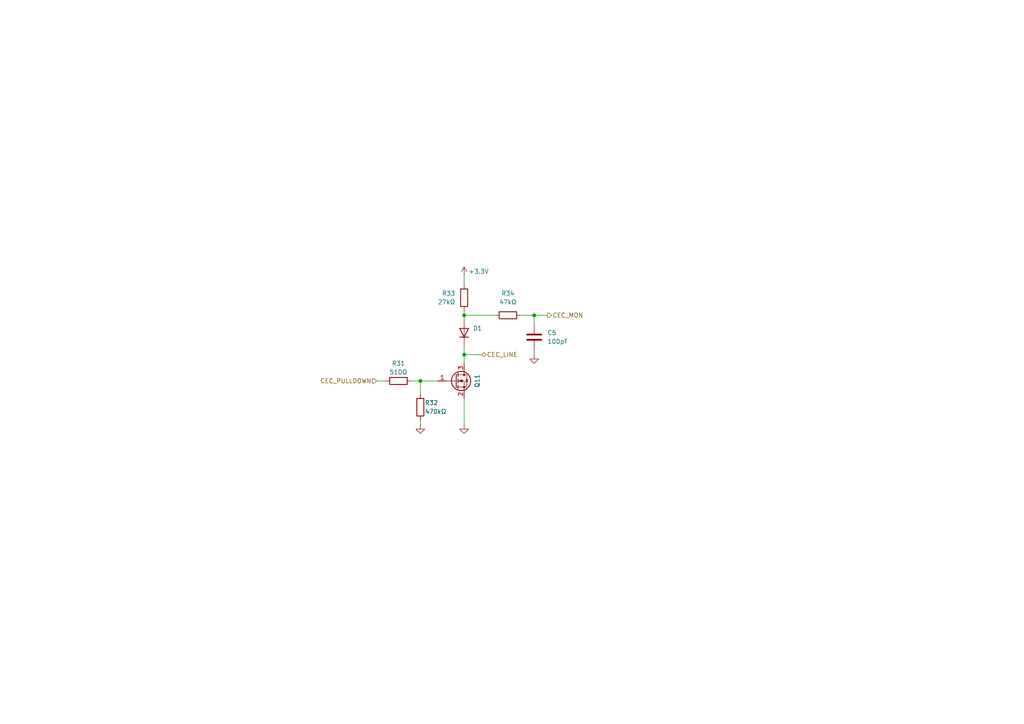
<source format=kicad_sch>
(kicad_sch (version 20250114) (generator "eeschema") (generator_version "9.0")
  (paper "A4")
  (lib_symbols
    (symbol "Device:C" (pin_numbers (hide yes)) (pin_names (offset 0.254))
      (property "Reference" "C" (at 0.635 2.54 0))
      (property "Value" "C" (at 0.635 -2.54 0))
      (symbol "C_0_1"
        (polyline (pts (xy -2.032 0.762) (xy 2.032 0.762)) (stroke (width 0.508)))
        (polyline (pts (xy -2.032 -0.762) (xy 2.032 -0.762)) (stroke (width 0.508)))
      )
      (symbol "C_1_1"
        (pin passive line (at 0 3.81 270) (length 2.794) (name "~") (number "1"))
        (pin passive line (at 0 -3.81 90) (length 2.794) (name "~") (number "2"))
      )
    )
    (symbol "Device:R" (pin_numbers (hide yes)) (pin_names (offset 0))
      (property "Reference" "R" (at 2.032 0 90))
      (property "Value" "R" (at 0 0 90))
      (symbol "R_0_1"
        (rectangle (start -1.016 -2.54) (end 1.016 2.54) (stroke (width 0.254)))
      )
      (symbol "R_1_1"
        (pin passive line (at 0 3.81 270) (length 1.27) (name "~") (number "1"))
        (pin passive line (at 0 -3.81 90) (length 1.27) (name "~") (number "2"))
      )
    )
    (symbol "Diode:1N4148WS" (pin_numbers (hide yes)) (pin_names (hide yes))
      (property "Reference" "D" (at 0 2.54 0))
      (property "Value" "1N4148WS" (at 0 -2.54 0))
      (symbol "1N4148WS_0_1"
        (polyline (pts (xy -1.27 1.27) (xy -1.27 -1.27)) (stroke (width 0.254)))
        (polyline (pts (xy 1.27 1.27) (xy 1.27 -1.27) (xy -1.27 0) (xy 1.27 1.27)) (stroke (width 0.254)))
        (polyline (pts (xy 1.27 0) (xy -1.27 0)))
      )
      (symbol "1N4148WS_1_1"
        (pin passive line (at -3.81 0 0) (length 2.54) (name "K") (number "1"))
        (pin passive line (at 3.81 0 180) (length 2.54) (name "A") (number "2"))
      )
    )
    (symbol "Transistor_FET:2N7002" (pin_names (offset 0) (hide yes))
      (property "Reference" "Q" (at 5.08 1.905 0))
      (property "Value" "2N7002" (at 5.08 0 0))
      (symbol "2N7002_0_1"
        (polyline (pts (xy 0.254 1.905) (xy 0.254 -1.905)) (stroke (width 0.254)))
        (polyline (pts (xy 0.254 0) (xy -2.54 0)))
        (polyline (pts (xy 0.762 2.286) (xy 0.762 1.27)) (stroke (width 0.254)))
        (polyline (pts (xy 0.762 0.508) (xy 0.762 -0.508)) (stroke (width 0.254)))
        (polyline (pts (xy 0.762 -1.27) (xy 0.762 -2.286)) (stroke (width 0.254)))
        (polyline (pts (xy 0.762 -1.778) (xy 3.302 -1.778) (xy 3.302 1.778) (xy 0.762 1.778)))
        (polyline (pts (xy 1.016 0) (xy 2.032 0.381) (xy 2.032 -0.381) (xy 1.016 0)) (fill (type outline)))
        (circle (center 1.651 0) (radius 2.794) (stroke (width 0.254)))
        (polyline (pts (xy 2.54 2.54) (xy 2.54 1.778)))
        (circle (center 2.54 1.778) (radius 0.254) (fill (type outline)))
        (circle (center 2.54 -1.778) (radius 0.254) (fill (type outline)))
        (polyline (pts (xy 2.54 -2.54) (xy 2.54 0) (xy 0.762 0)))
        (polyline (pts (xy 2.921 0.381) (xy 3.683 0.381)))
        (polyline (pts (xy 3.302 0.381) (xy 2.921 -0.254) (xy 3.683 -0.254) (xy 3.302 0.381)))
      )
      (symbol "2N7002_1_1"
        (pin input line (at -5.08 0 0) (length 2.54) (name "G") (number "1"))
        (pin passive line (at 2.54 5.08 270) (length 2.54) (name "D") (number "3"))
        (pin passive line (at 2.54 -5.08 90) (length 2.54) (name "S") (number "2"))
      )
    )
    (symbol "power:+3.3V" (power) (pin_numbers (hide yes)) (pin_names (offset 0) (hide yes))
      (property "Value" "+3.3V" (at 0 3.556 0))
      (symbol "+3.3V_0_1"
        (polyline (pts (xy -0.762 1.27) (xy 0 2.54)))
        (polyline (pts (xy 0 2.54) (xy 0.762 1.27)))
        (polyline (pts (xy 0 0) (xy 0 2.54)))
      )
      (symbol "+3.3V_1_1"
        (pin power_in line (at 0 0 90) (length 0) (name "~") (number "1"))
      )
    )
    (symbol "power:GND" (power) (pin_numbers (hide yes)) (pin_names (offset 0) (hide yes))
      (property "Value" "GND" (at 0 -3.81 0))
      (symbol "GND_0_1"
        (polyline (pts (xy 0 0) (xy 0 -1.27) (xy 1.27 -1.27) (xy 0 -2.54) (xy -1.27 -1.27) (xy 0 -1.27)))
      )
      (symbol "GND_1_1"
        (pin power_in line (at 0 0 270) (length 0) (name "~") (number "1"))
      )
    )
  )
  (junction (at 134.62 102.87))
  (junction (at 134.62 91.44))
  (junction (at 121.92 110.49))
  (junction (at 154.94 91.44))
  (wire (pts (xy 109.22 110.49) (xy 111.76 110.49)))
  (wire (pts (xy 121.92 121.92) (xy 121.92 123.19)))
  (wire (pts (xy 134.62 102.87) (xy 139.7 102.87)))
  (wire (pts (xy 134.62 115.57) (xy 134.62 123.19)))
  (wire (pts (xy 134.62 80.01) (xy 134.62 82.55)))
  (wire (pts (xy 154.94 91.44) (xy 154.94 93.98)))
  (wire (pts (xy 134.62 100.33) (xy 134.62 102.87)))
  (wire (pts (xy 134.62 102.87) (xy 134.62 105.41)))
  (wire (pts (xy 119.38 110.49) (xy 121.92 110.49)))
  (wire (pts (xy 134.62 91.44) (xy 134.62 90.17)))
  (wire (pts (xy 154.94 101.6) (xy 154.94 102.87)))
  (wire (pts (xy 121.92 110.49) (xy 127 110.49)))
  (wire (pts (xy 154.94 91.44) (xy 158.75 91.44)))
  (wire (pts (xy 134.62 91.44) (xy 134.62 92.71)))
  (wire (pts (xy 121.92 110.49) (xy 121.92 114.3)))
  (wire (pts (xy 143.51 91.44) (xy 134.62 91.44)))
  (wire (pts (xy 151.13 91.44) (xy 154.94 91.44)))
  (hierarchical_label "CEC_LINE" (shape bidirectional) (at 139.7 102.87 0))
  (hierarchical_label "CEC_MON" (shape output) (at 158.75 91.44 0))
  (hierarchical_label "CEC_PULLDOWN" (shape input) (at 109.22 110.49 180))
  (symbol (lib_id "Device:R") (at 134.62 86.36 0) (mirror y) (unit 1)
    (property "Reference" "R33" (at 132.08 85.0899 0) (effects (justify left)))
    (property "Value" "27kΩ" (at 132.08 87.6299 0) (effects (justify left)))
    (property "Footprint" "Resistor_SMD:R_0805_2012Metric" (effects (hide yes)))
    (property "Description" "Resistor" (effects (hide yes)))
    (property "MPN" "R 27kΩ 125mW 0805" (effects (hide yes)))
    (property "LCSC" "C17593" (effects (hide yes)))
    (instances (project "apple_peeler_pcb" (path "" (reference "R33") (unit 1)) (path "" (reference "R59") (unit 1))))
  )
  (symbol (lib_id "Device:C") (at 154.94 97.79 0) (unit 1)
    (property "Reference" "C5" (at 158.75 96.5199 0) (effects (justify left)))
    (property "Value" "100pF" (at 158.75 99.0599 0) (effects (justify left)))
    (property "Footprint" "Capacitor_SMD:C_0805_2012Metric" (effects (hide yes)))
    (property "Description" "Unpolarized capacitor" (effects (hide yes)))
    (property "MPN" "C 100pF 50V 0805" (effects (hide yes)))
    (property "LCSC" "C1790" (effects (hide yes)))
    (instances (project "apple_peeler_pcb" (path "" (reference "C5") (unit 1)) (path "" (reference "C24") (unit 1))))
  )
  (symbol (lib_id "Diode:1N4148WS") (at 134.62 96.52 90) (unit 1)
    (property "Reference" "D1" (at 137.16 95.2499 90) (effects (justify right)))
    (property "Value" "1N4148WS" (effects (hide yes)))
    (property "Footprint" "Diode_SMD:D_SOD-323" (effects (hide yes)))
    (property "Datasheet" "https://www.vishay.com/docs/85751/1n4148ws.pdf" (effects (hide yes)))
    (property "Description" "75V 0.15A Fast switching Diode, SOD-323" (effects (hide yes)))
    (property "Sim.Device" "D" (effects (hide yes)))
    (property "Sim.Pins" "1=K 2=A" (effects (hide yes)))
    (property "MPN" "1N4148WS" (effects (hide yes)))
    (property "LCSC" "C2128" (effects (hide yes)))
    (instances (project "apple_peeler_pcb" (path "" (reference "D1") (unit 1)) (path "" (reference "D7") (unit 1))))
  )
  (symbol (lib_id "power:GND") (at 154.94 102.87 0) (unit 1)
    (property "Reference" "#PWR055" (effects (hide yes)))
    (property "Value" "GND" (effects (hide yes)))
    (instances (project "apple_peeler_pcb" (path "" (reference "#PWR055") (unit 1)) (path "" (reference "#PWR0112") (unit 1))))
  )
  (symbol (lib_id "power:+3.3V") (at 134.62 80.01 0) (unit 1)
    (property "Reference" "#PWR053" (effects (hide yes)))
    (property "Value" "+3.3V" (at 135.89 78.74 0) (effects (justify left)))
    (property "Description" "Power symbol creates a global label with name \"+3.3V\"" (effects (hide yes)))
    (instances (project "apple_peeler_pcb" (path "" (reference "#PWR053") (unit 1)) (path "" (reference "#PWR0110") (unit 1))))
  )
  (symbol (lib_id "Device:R") (at 115.57 110.49 90) (unit 1)
    (property "Reference" "R31" (at 115.57 105.41 90))
    (property "Value" "510Ω" (at 115.57 107.95 90))
    (property "Footprint" "Resistor_SMD:R_0805_2012Metric" (effects (hide yes)))
    (property "Description" "Resistor" (effects (hide yes)))
    (property "MPN" "R 510Ω 125mW 0805" (effects (hide yes)))
    (property "LCSC" "C17734" (effects (hide yes)))
    (instances (project "apple_peeler_pcb" (path "" (reference "R31") (unit 1)) (path "" (reference "R57") (unit 1))))
  )
  (symbol (lib_id "power:GND") (at 121.92 123.19 0) (unit 1)
    (property "Reference" "#PWR052" (effects (hide yes)))
    (property "Value" "GND" (effects (hide yes)))
    (instances (project "apple_peeler_pcb" (path "" (reference "#PWR052") (unit 1)) (path "" (reference "#PWR0109") (unit 1))))
  )
  (symbol (lib_id "Device:R") (at 147.32 91.44 90) (mirror x) (unit 1)
    (property "Reference" "R34" (at 147.32 85.09 90))
    (property "Value" "47kΩ" (at 147.32 87.63 90))
    (property "Footprint" "Resistor_SMD:R_0805_2012Metric" (effects (hide yes)))
    (property "Description" "Resistor" (effects (hide yes)))
    (property "MPN" "R 47kΩ 125mW 0805" (effects (hide yes)))
    (property "LCSC" "C17713" (effects (hide yes)))
    (instances (project "apple_peeler_pcb" (path "" (reference "R34") (unit 1)) (path "" (reference "R60") (unit 1))))
  )
  (symbol (lib_id "power:GND") (at 134.62 123.19 0) (unit 1)
    (property "Reference" "#PWR054" (effects (hide yes)))
    (property "Value" "GND" (effects (hide yes)))
    (instances (project "apple_peeler_pcb" (path "" (reference "#PWR054") (unit 1)) (path "" (reference "#PWR0111") (unit 1))))
  )
  (symbol (lib_id "Transistor_FET:2N7002") (at 132.08 110.49 0) (unit 1)
    (property "Reference" "Q11" (at 138.43 110.49 90))
    (property "Value" "2N7002" (effects (hide yes)))
    (property "Footprint" "Package_TO_SOT_SMD:SOT-23" (effects (hide yes)))
    (property "Datasheet" "https://www.onsemi.com/pub/Collateral/NDS7002A-D.PDF" (effects (hide yes)))
    (property "Description" "0.115A Id, 60V Vds, N-Channel MOSFET, SOT-23" (effects (hide yes)))
    (property "MPN" "2N7002" (effects (hide yes)))
    (property "LCSC" "C8545" (effects (hide yes)))
    (instances (project "apple_peeler_pcb" (path "" (reference "Q11") (unit 1)) (path "" (reference "Q17") (unit 1))))
  )
  (symbol (lib_id "Device:R") (at 121.92 118.11 0) (unit 1)
    (property "Reference" "R32" (at 123.19 116.84 0) (effects (justify left)))
    (property "Value" "470kΩ" (at 123.19 119.38 0) (effects (justify left)))
    (property "Footprint" "Resistor_SMD:R_0805_2012Metric" (effects (hide yes)))
    (property "Description" "Resistor" (effects (hide yes)))
    (property "MPN" "R 470kΩ 125mW 0805" (effects (hide yes)))
    (property "LCSC" "C17709" (effects (hide yes)))
    (instances (project "apple_peeler_pcb" (path "" (reference "R32") (unit 1)) (path "" (reference "R58") (unit 1))))
  )
)
</source>
